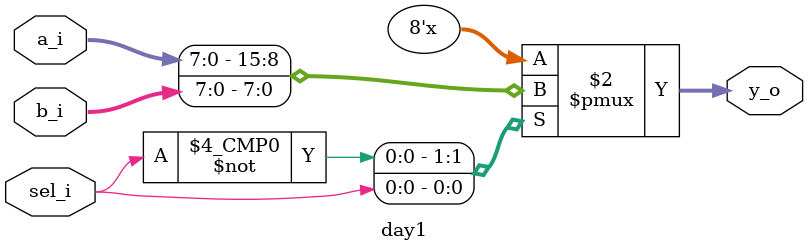
<source format=v>

module day1 (
  input   wire [7:0]    a_i,
  input   wire [7:0]    b_i,
  input   wire          sel_i,
  output  wire [7:0]    y_o
);

  always @(a_i,b_i,y_o,sel_i) begin
    
    case(sel_i)
       2'b00 : y_o = a_i;
       2'b01:  y_o = b_i;
       default : y_o = 0;
    endcase 
    
  end    

endmodule

</source>
